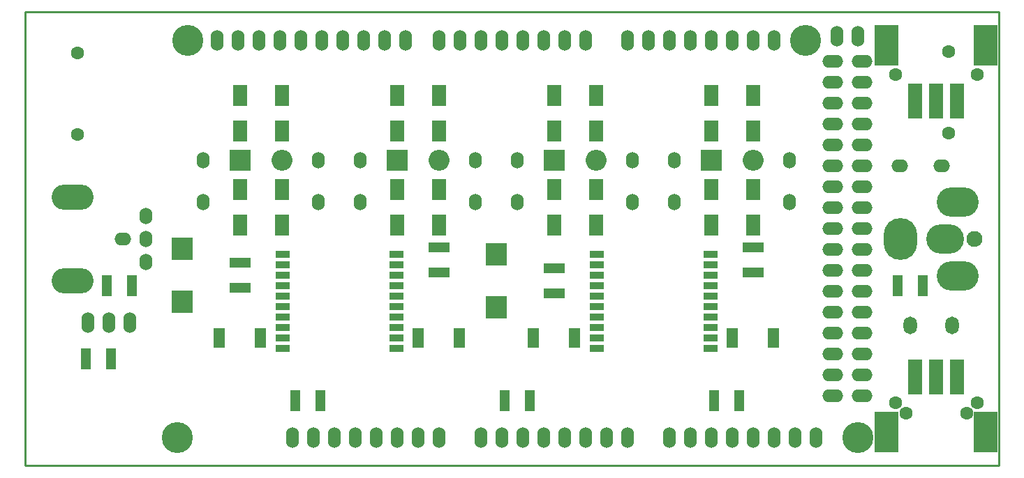
<source format=gbs>
G04 #@! TF.FileFunction,Soldermask,Bot*
%FSLAX46Y46*%
G04 Gerber Fmt 4.6, Leading zero omitted, Abs format (unit mm)*
G04 Created by KiCad (PCBNEW 0.201603210401+6634~43~ubuntu14.04.1-product) date Mon 11 Apr 2016 10:26:04 AM EDT*
%MOMM*%
G01*
G04 APERTURE LIST*
%ADD10C,0.100000*%
%ADD11C,0.228600*%
%ADD12O,1.524000X2.540000*%
%ADD13C,1.930400*%
%ADD14O,4.572000X3.556000*%
%ADD15O,4.064000X5.080000*%
%ADD16O,5.080000X3.556000*%
%ADD17R,1.270000X2.540000*%
%ADD18O,5.080000X3.048000*%
%ADD19O,2.032000X1.524000*%
%ADD20O,1.524000X2.032000*%
%ADD21C,3.759200*%
%ADD22O,2.540000X1.524000*%
%ADD23O,1.651000X2.159000*%
%ADD24C,1.600200*%
%ADD25R,1.778000X4.191000*%
%ADD26R,2.997200X5.029200*%
%ADD27R,2.540000X1.270000*%
%ADD28R,2.550000X2.770000*%
%ADD29R,1.397000X2.489200*%
%ADD30R,1.800000X0.860000*%
%ADD31R,1.750000X2.650000*%
%ADD32R,2.540000X2.540000*%
%ADD33O,2.540000X2.540000*%
G04 APERTURE END LIST*
D10*
D11*
X211455000Y-75311000D02*
X93345000Y-75311000D01*
X211455000Y-130429000D02*
X211455000Y-75311000D01*
X93345000Y-130429000D02*
X211455000Y-130429000D01*
X93345000Y-75311000D02*
X93345000Y-130429000D01*
D12*
X103505000Y-113030000D03*
X100965000Y-113030000D03*
X106045000Y-113030000D03*
D13*
X208457800Y-102870000D03*
D14*
X204952600Y-102870000D03*
D15*
X199466200Y-102870000D03*
D16*
X206451200Y-98374200D03*
X206451200Y-107365800D03*
D17*
X199136000Y-108585000D03*
X202184000Y-108585000D03*
X106299000Y-108585000D03*
X103251000Y-108585000D03*
D18*
X99060000Y-107950000D03*
X99060000Y-97790000D03*
D19*
X105156000Y-102870000D03*
D20*
X107950000Y-102870000D03*
X107950000Y-100076000D03*
X107950000Y-105664000D03*
D21*
X111760000Y-127000000D03*
X113030000Y-78740000D03*
X194310000Y-127000000D03*
X187960000Y-78740000D03*
D12*
X125730000Y-127000000D03*
X128270000Y-127000000D03*
X130810000Y-127000000D03*
X133350000Y-127000000D03*
X135890000Y-127000000D03*
X138430000Y-127000000D03*
X140970000Y-127000000D03*
X143510000Y-127000000D03*
X148590000Y-127000000D03*
X151130000Y-127000000D03*
X153670000Y-127000000D03*
X156210000Y-127000000D03*
X158750000Y-127000000D03*
X161290000Y-127000000D03*
X163830000Y-127000000D03*
X166370000Y-127000000D03*
X171450000Y-127000000D03*
X173990000Y-127000000D03*
X176530000Y-127000000D03*
X179070000Y-127000000D03*
X181610000Y-127000000D03*
X184150000Y-127000000D03*
X186690000Y-127000000D03*
X189230000Y-127000000D03*
X116586000Y-78740000D03*
X119126000Y-78740000D03*
X121666000Y-78740000D03*
X124206000Y-78740000D03*
X126746000Y-78740000D03*
X129286000Y-78740000D03*
X131826000Y-78740000D03*
X134366000Y-78740000D03*
X136906000Y-78740000D03*
X139446000Y-78740000D03*
X143510000Y-78740000D03*
X161290000Y-78740000D03*
X158750000Y-78740000D03*
X156210000Y-78740000D03*
X153670000Y-78740000D03*
X151130000Y-78740000D03*
X148590000Y-78740000D03*
X146050000Y-78740000D03*
X166370000Y-78740000D03*
X168910000Y-78740000D03*
X171450000Y-78740000D03*
X173990000Y-78740000D03*
X176530000Y-78740000D03*
X179070000Y-78740000D03*
X181610000Y-78740000D03*
X184150000Y-78740000D03*
X191770000Y-78232000D03*
X194310000Y-78232000D03*
D22*
X191262000Y-81280000D03*
X194818000Y-81280000D03*
X191262000Y-83820000D03*
X194818000Y-83820000D03*
X191262000Y-86360000D03*
X194818000Y-86360000D03*
X191262000Y-88900000D03*
X194818000Y-88900000D03*
X191262000Y-91440000D03*
X194818000Y-91440000D03*
X191262000Y-93980000D03*
X194818000Y-93980000D03*
X191262000Y-96520000D03*
X194818000Y-96520000D03*
X191262000Y-99060000D03*
X194818000Y-99060000D03*
X191262000Y-101600000D03*
X194818000Y-101600000D03*
X191262000Y-104140000D03*
X194818000Y-104140000D03*
X191262000Y-106680000D03*
X194818000Y-106680000D03*
X191262000Y-109220000D03*
X194818000Y-109220000D03*
X191262000Y-111760000D03*
X194818000Y-111760000D03*
X191262000Y-114300000D03*
X194818000Y-114300000D03*
X191262000Y-116840000D03*
X194818000Y-116840000D03*
X191262000Y-119380000D03*
X194818000Y-119380000D03*
X191262000Y-121920000D03*
X194818000Y-121920000D03*
D23*
X200660000Y-113385600D03*
X205740000Y-113385600D03*
D24*
X99695000Y-90170000D03*
X99695000Y-80264000D03*
D25*
X206375000Y-86106000D03*
X203835000Y-86106000D03*
X201295000Y-86106000D03*
D24*
X208788000Y-82931000D03*
X198882000Y-82931000D03*
D26*
X209829400Y-79375000D03*
X197840600Y-79375000D03*
D24*
X205359000Y-80137000D03*
X205359000Y-90043000D03*
D25*
X201295000Y-119634000D03*
X203835000Y-119634000D03*
X206375000Y-119634000D03*
D24*
X198882000Y-122809000D03*
X208788000Y-122809000D03*
D26*
X197840600Y-126365000D03*
X209829400Y-126365000D03*
D24*
X207518000Y-124079000D03*
X200152000Y-124079000D03*
D17*
X100711000Y-117475000D03*
X103759000Y-117475000D03*
X129159000Y-122555000D03*
X126111000Y-122555000D03*
D20*
X147955000Y-93345000D03*
X147955000Y-98425000D03*
X133985000Y-93345000D03*
X133985000Y-98425000D03*
X128905000Y-93345000D03*
X128905000Y-98425000D03*
X114935000Y-93345000D03*
X114935000Y-98425000D03*
D19*
X199390000Y-93980000D03*
X204470000Y-93980000D03*
D27*
X119380000Y-108839000D03*
X119380000Y-105791000D03*
X143510000Y-106934000D03*
X143510000Y-103886000D03*
D28*
X112395000Y-110535000D03*
X112395000Y-104095000D03*
D29*
X159981900Y-114935000D03*
X154978100Y-114935000D03*
X179108100Y-114935000D03*
X184111900Y-114935000D03*
D30*
X124565000Y-116205000D03*
X124565000Y-114935000D03*
X124565000Y-113665000D03*
X124565000Y-112395000D03*
X124565000Y-111125000D03*
X124565000Y-109855000D03*
X124565000Y-108585000D03*
X124565000Y-107315000D03*
X124565000Y-106045000D03*
X124565000Y-104775000D03*
X138325000Y-104775000D03*
X138325000Y-106045000D03*
X138325000Y-107315000D03*
X138325000Y-108585000D03*
X138325000Y-109855000D03*
X138325000Y-111125000D03*
X138325000Y-112395000D03*
X138325000Y-113665000D03*
X138325000Y-114935000D03*
X138325000Y-116205000D03*
D31*
X143510000Y-96910000D03*
X143510000Y-101210000D03*
X143510000Y-85480000D03*
X143510000Y-89780000D03*
X138430000Y-96910000D03*
X138430000Y-101210000D03*
X138430000Y-85480000D03*
X138430000Y-89780000D03*
X124460000Y-96910000D03*
X124460000Y-101210000D03*
X124460000Y-85480000D03*
X124460000Y-89780000D03*
X119380000Y-96910000D03*
X119380000Y-101210000D03*
X119380000Y-85480000D03*
X119380000Y-89780000D03*
D27*
X157480000Y-109474000D03*
X157480000Y-106426000D03*
X181610000Y-106934000D03*
X181610000Y-103886000D03*
D28*
X150495000Y-111170000D03*
X150495000Y-104730000D03*
D31*
X157480000Y-85480000D03*
X157480000Y-89780000D03*
X157480000Y-96910000D03*
X157480000Y-101210000D03*
X162560000Y-85480000D03*
X162560000Y-89780000D03*
X162560000Y-96910000D03*
X162560000Y-101210000D03*
X176530000Y-85480000D03*
X176530000Y-89780000D03*
X176530000Y-96910000D03*
X176530000Y-101210000D03*
X181610000Y-85480000D03*
X181610000Y-89780000D03*
X181610000Y-96910000D03*
X181610000Y-101210000D03*
D20*
X153035000Y-93345000D03*
X153035000Y-98425000D03*
X167005000Y-93345000D03*
X167005000Y-98425000D03*
X172085000Y-93345000D03*
X172085000Y-98425000D03*
X186055000Y-93345000D03*
X186055000Y-98425000D03*
D29*
X121881900Y-114935000D03*
X116878100Y-114935000D03*
X141008100Y-114935000D03*
X146011900Y-114935000D03*
D17*
X154559000Y-122555000D03*
X151511000Y-122555000D03*
X179959000Y-122555000D03*
X176911000Y-122555000D03*
D30*
X162665000Y-116205000D03*
X162665000Y-114935000D03*
X162665000Y-113665000D03*
X162665000Y-112395000D03*
X162665000Y-111125000D03*
X162665000Y-109855000D03*
X162665000Y-108585000D03*
X162665000Y-107315000D03*
X162665000Y-106045000D03*
X162665000Y-104775000D03*
X176425000Y-104775000D03*
X176425000Y-106045000D03*
X176425000Y-107315000D03*
X176425000Y-108585000D03*
X176425000Y-109855000D03*
X176425000Y-111125000D03*
X176425000Y-112395000D03*
X176425000Y-113665000D03*
X176425000Y-114935000D03*
X176425000Y-116205000D03*
D32*
X176530000Y-93345000D03*
D33*
X181610000Y-93345000D03*
D32*
X157480000Y-93345000D03*
D33*
X162560000Y-93345000D03*
D32*
X119380000Y-93345000D03*
D33*
X124460000Y-93345000D03*
D32*
X138430000Y-93345000D03*
D33*
X143510000Y-93345000D03*
M02*

</source>
